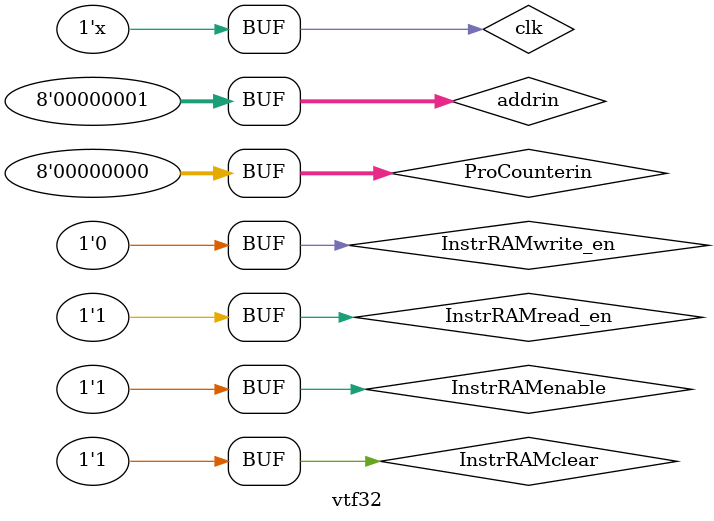
<source format=v>
`timescale 1ns / 1ps


module vtf32;

	// Inputs
	reg clk;
	reg [7:0]addrin;
	reg InstrRAMenable;
	reg InstrRAMclear;
	wire [15:0]IRAM_data_out;
	reg InstrRAMread_en;
	reg InstrRAMwrite_en;
	reg  [7:0]ProCounterin;

	// Instantiate the Unit Under Test (UUT)
	CPU1 uut (
		.clk(clk), 
		.addrin(addrin), 
		.InstrRAMenable(InstrRAMenable), 
		.InstrRAMclear(InstrRAMclear), 
		.IRAM_data_out(IRAM_data_out), 
		.InstrRAMread_en(InstrRAMread_en), 
		.InstrRAMwrite_en(InstrRAMwrite_en),
		.ProCounterin(ProCounterin)
	);

	initial begin
		// Initialize Inputs
		clk = 0;
		addrin = 1;
		InstrRAMenable = 1;
		InstrRAMclear = 1;
		InstrRAMread_en = 1;
		InstrRAMwrite_en = 0;
	ProCounterin =0;
		// Wait 100 ns for global reset to finish
		#100;
        
		// Add stimulus here

	end
      
		
		always begin
		#20 clk =~clk;
		end
		
endmodule


</source>
